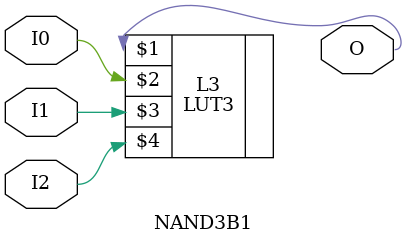
<source format=v>


`timescale  1 ps / 1 ps


module NAND3B1 (O, I0, I1, I2);

    output O;

    input  I0, I1, I2;

    LUT3 #(.INIT(8'hBF)) L3 (O, I0, I1, I2);

endmodule

</source>
